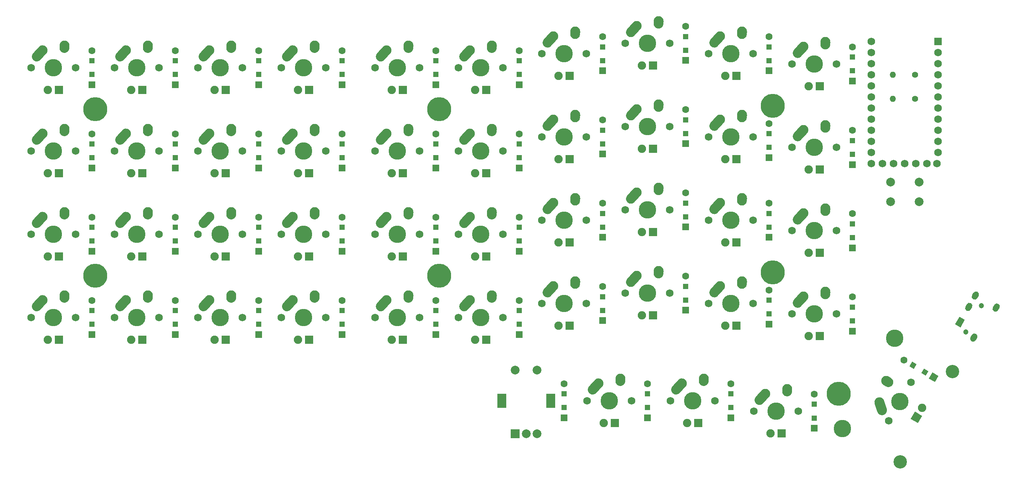
<source format=gbr>
%TF.GenerationSoftware,KiCad,Pcbnew,(5.1.9-0-10_14)*%
%TF.CreationDate,2021-04-19T01:17:04-05:00*%
%TF.ProjectId,wren-left,7772656e-2d6c-4656-9674-2e6b69636164,rev?*%
%TF.SameCoordinates,Original*%
%TF.FileFunction,Soldermask,Bot*%
%TF.FilePolarity,Negative*%
%FSLAX46Y46*%
G04 Gerber Fmt 4.6, Leading zero omitted, Abs format (unit mm)*
G04 Created by KiCad (PCBNEW (5.1.9-0-10_14)) date 2021-04-19 01:17:04*
%MOMM*%
%LPD*%
G01*
G04 APERTURE LIST*
%ADD10C,5.500000*%
%ADD11C,3.987800*%
%ADD12C,3.048000*%
%ADD13C,1.750000*%
%ADD14C,0.100000*%
%ADD15C,1.905000*%
%ADD16C,2.250000*%
%ADD17O,1.400000X1.400000*%
%ADD18C,1.400000*%
%ADD19C,1.600000*%
%ADD20R,1.600000X1.600000*%
%ADD21R,1.200000X1.200000*%
%ADD22R,2.000000X2.000000*%
%ADD23C,2.000000*%
%ADD24R,2.000000X3.200000*%
%ADD25C,1.752600*%
%ADD26R,1.752600X1.752600*%
%ADD27C,1.200000*%
%ADD28R,1.905000X1.905000*%
G04 APERTURE END LIST*
D10*
%TO.C,H7*%
X226218750Y-111125000D03*
%TD*%
%TO.C,H6*%
X211137500Y-83343750D03*
%TD*%
%TO.C,H5*%
X134937500Y-84137500D03*
%TD*%
%TO.C,H4*%
X56356250Y-84137500D03*
%TD*%
%TO.C,H3*%
X211137500Y-45243750D03*
%TD*%
%TO.C,H2*%
X134937500Y-46037500D03*
%TD*%
%TO.C,H1*%
X56356250Y-46037500D03*
%TD*%
D11*
%TO.C,MX41*%
X239040460Y-98405139D03*
X227102460Y-119082361D03*
D12*
X252238687Y-106025139D03*
X240300687Y-126702361D03*
D13*
X242760500Y-108471841D03*
X237680500Y-117270659D03*
D14*
G36*
X244333548Y-117812241D02*
G01*
X242683770Y-116859741D01*
X243636270Y-115209963D01*
X245286048Y-116162463D01*
X244333548Y-117812241D01*
G37*
D15*
X245254909Y-114311398D03*
D16*
X235506398Y-113036314D03*
D11*
X240220500Y-112871250D03*
G36*
G01*
X236465306Y-115970137D02*
X236465299Y-115970140D01*
G75*
G02*
X235046462Y-115250311I-349504J1069333D01*
G01*
X234437066Y-113385817D01*
G75*
G02*
X235156895Y-111966980I1069333J349504D01*
G01*
X235156895Y-111966980D01*
G75*
G02*
X236575732Y-112686809I349504J-1069333D01*
G01*
X237185128Y-114551303D01*
G75*
G02*
X236465299Y-115970140I-1069333J-349504D01*
G01*
G37*
D16*
X237091091Y-108131545D03*
G36*
G01*
X238507150Y-109083649D02*
X238506655Y-109084386D01*
G75*
G02*
X236945186Y-109389455I-933269J628200D01*
G01*
X236462892Y-109064813D01*
G75*
G02*
X236157823Y-107503344I628200J933269D01*
G01*
X236157823Y-107503344D01*
G75*
G02*
X237719292Y-107198275I933269J-628200D01*
G01*
X238201586Y-107522917D01*
G75*
G02*
X238506655Y-109084386I-628200J-933269D01*
G01*
G37*
%TD*%
D17*
%TO.C,R2*%
X238585000Y-43656250D03*
D18*
X243665000Y-43656250D03*
%TD*%
D17*
%TO.C,R1*%
X238585000Y-38100000D03*
D18*
X243665000Y-38100000D03*
%TD*%
D19*
%TO.C,D45*%
X163512500Y-108812500D03*
D20*
X163512500Y-116612500D03*
D21*
X163512500Y-114287500D03*
X163512500Y-111137500D03*
%TD*%
D19*
%TO.C,D44*%
X182562500Y-108812500D03*
D20*
X182562500Y-116612500D03*
D21*
X182562500Y-114287500D03*
X182562500Y-111137500D03*
%TD*%
D19*
%TO.C,D43*%
X201612500Y-108812500D03*
D20*
X201612500Y-116612500D03*
D21*
X201612500Y-114287500D03*
X201612500Y-111137500D03*
%TD*%
D19*
%TO.C,D42*%
X220662500Y-111193750D03*
D20*
X220662500Y-118993750D03*
D21*
X220662500Y-116668750D03*
X220662500Y-113518750D03*
%TD*%
D19*
%TO.C,D41*%
X241161001Y-103428250D03*
D14*
G36*
X249008819Y-107035430D02*
G01*
X248208819Y-108421070D01*
X246823179Y-107621070D01*
X247623179Y-106235430D01*
X249008819Y-107035430D01*
G37*
G36*
X246722105Y-105946135D02*
G01*
X246122105Y-106985365D01*
X245082875Y-106385365D01*
X245682875Y-105346135D01*
X246722105Y-105946135D01*
G37*
G36*
X243994125Y-104371135D02*
G01*
X243394125Y-105410365D01*
X242354895Y-104810365D01*
X242954895Y-103771135D01*
X243994125Y-104371135D01*
G37*
%TD*%
D19*
%TO.C,D40*%
X55605500Y-89762500D03*
D20*
X55605500Y-97562500D03*
D21*
X55605500Y-95237500D03*
X55605500Y-92087500D03*
%TD*%
D19*
%TO.C,D39*%
X74649500Y-89762500D03*
D20*
X74649500Y-97562500D03*
D21*
X74649500Y-95237500D03*
X74649500Y-92087500D03*
%TD*%
D19*
%TO.C,D38*%
X93693500Y-89750000D03*
D20*
X93693500Y-97550000D03*
D21*
X93693500Y-95225000D03*
X93693500Y-92075000D03*
%TD*%
D19*
%TO.C,D37*%
X112737500Y-89762500D03*
D20*
X112737500Y-97562500D03*
D21*
X112737500Y-95237500D03*
X112737500Y-92087500D03*
%TD*%
D19*
%TO.C,D36*%
X134162000Y-89762500D03*
D20*
X134162000Y-97562500D03*
D21*
X134162000Y-95237500D03*
X134162000Y-92087500D03*
%TD*%
D19*
%TO.C,D35*%
X153206000Y-89762500D03*
D20*
X153206000Y-97562500D03*
D21*
X153206000Y-95237500D03*
X153206000Y-92087500D03*
%TD*%
D19*
%TO.C,D34*%
X172250000Y-86587500D03*
D20*
X172250000Y-94387500D03*
D21*
X172250000Y-92062500D03*
X172250000Y-88912500D03*
%TD*%
D19*
%TO.C,D33*%
X191294000Y-84206250D03*
D20*
X191294000Y-92006250D03*
D21*
X191294000Y-89681250D03*
X191294000Y-86531250D03*
%TD*%
D19*
%TO.C,D32*%
X210338000Y-87381250D03*
D20*
X210338000Y-95181250D03*
D21*
X210338000Y-92856250D03*
X210338000Y-89706250D03*
%TD*%
D19*
%TO.C,D31*%
X229382000Y-88968750D03*
D20*
X229382000Y-96768750D03*
D21*
X229382000Y-94443750D03*
X229382000Y-91293750D03*
%TD*%
D19*
%TO.C,D30*%
X55605500Y-70712500D03*
D20*
X55605500Y-78512500D03*
D21*
X55605500Y-76187500D03*
X55605500Y-73037500D03*
%TD*%
D19*
%TO.C,D29*%
X74649500Y-70712500D03*
D20*
X74649500Y-78512500D03*
D21*
X74649500Y-76187500D03*
X74649500Y-73037500D03*
%TD*%
D19*
%TO.C,D28*%
X93693500Y-70712500D03*
D20*
X93693500Y-78512500D03*
D21*
X93693500Y-76187500D03*
X93693500Y-73037500D03*
%TD*%
D19*
%TO.C,D27*%
X112737500Y-70712500D03*
D20*
X112737500Y-78512500D03*
D21*
X112737500Y-76187500D03*
X112737500Y-73037500D03*
%TD*%
D19*
%TO.C,D26*%
X134162000Y-70712500D03*
D20*
X134162000Y-78512500D03*
D21*
X134162000Y-76187500D03*
X134162000Y-73037500D03*
%TD*%
D19*
%TO.C,D25*%
X153206000Y-70712500D03*
D20*
X153206000Y-78512500D03*
D21*
X153206000Y-76187500D03*
X153206000Y-73037500D03*
%TD*%
D19*
%TO.C,D24*%
X172250000Y-67537500D03*
D20*
X172250000Y-75337500D03*
D21*
X172250000Y-73012500D03*
X172250000Y-69862500D03*
%TD*%
D19*
%TO.C,D23*%
X191294000Y-65156250D03*
D20*
X191294000Y-72956250D03*
D21*
X191294000Y-70631250D03*
X191294000Y-67481250D03*
%TD*%
D19*
%TO.C,D22*%
X210338000Y-67537500D03*
D20*
X210338000Y-75337500D03*
D21*
X210338000Y-73012500D03*
X210338000Y-69862500D03*
%TD*%
D19*
%TO.C,D21*%
X229382000Y-69918750D03*
D20*
X229382000Y-77718750D03*
D21*
X229382000Y-75393750D03*
X229382000Y-72243750D03*
%TD*%
D19*
%TO.C,D20*%
X55605500Y-51662500D03*
D20*
X55605500Y-59462500D03*
D21*
X55605500Y-57137500D03*
X55605500Y-53987500D03*
%TD*%
D19*
%TO.C,D19*%
X74649500Y-51662500D03*
D20*
X74649500Y-59462500D03*
D21*
X74649500Y-57137500D03*
X74649500Y-53987500D03*
%TD*%
D19*
%TO.C,D18*%
X93693500Y-51662500D03*
D20*
X93693500Y-59462500D03*
D21*
X93693500Y-57137500D03*
X93693500Y-53987500D03*
%TD*%
D19*
%TO.C,D17*%
X112737500Y-51662500D03*
D20*
X112737500Y-59462500D03*
D21*
X112737500Y-57137500D03*
X112737500Y-53987500D03*
%TD*%
D19*
%TO.C,D16*%
X134162000Y-51662500D03*
D20*
X134162000Y-59462500D03*
D21*
X134162000Y-57137500D03*
X134162000Y-53987500D03*
%TD*%
D19*
%TO.C,D15*%
X153206000Y-51662500D03*
D20*
X153206000Y-59462500D03*
D21*
X153206000Y-57137500D03*
X153206000Y-53987500D03*
%TD*%
D19*
%TO.C,D14*%
X172250000Y-48487500D03*
D20*
X172250000Y-56287500D03*
D21*
X172250000Y-53962500D03*
X172250000Y-50812500D03*
%TD*%
D19*
%TO.C,D13*%
X191294000Y-46106250D03*
D20*
X191294000Y-53906250D03*
D21*
X191294000Y-51581250D03*
X191294000Y-48431250D03*
%TD*%
D19*
%TO.C,D12*%
X210338000Y-49281250D03*
D20*
X210338000Y-57081250D03*
D21*
X210338000Y-54756250D03*
X210338000Y-51606250D03*
%TD*%
D19*
%TO.C,D11*%
X229382000Y-50868750D03*
D20*
X229382000Y-58668750D03*
D21*
X229382000Y-56343750D03*
X229382000Y-53193750D03*
%TD*%
D19*
%TO.C,D10*%
X55605500Y-32612500D03*
D20*
X55605500Y-40412500D03*
D21*
X55605500Y-38087500D03*
X55605500Y-34937500D03*
%TD*%
D19*
%TO.C,D9*%
X74649500Y-32612500D03*
D20*
X74649500Y-40412500D03*
D21*
X74649500Y-38087500D03*
X74649500Y-34937500D03*
%TD*%
D19*
%TO.C,D8*%
X93693500Y-32612500D03*
D20*
X93693500Y-40412500D03*
D21*
X93693500Y-38087500D03*
X93693500Y-34937500D03*
%TD*%
D19*
%TO.C,D7*%
X112737500Y-32612500D03*
D20*
X112737500Y-40412500D03*
D21*
X112737500Y-38087500D03*
X112737500Y-34937500D03*
%TD*%
D19*
%TO.C,D6*%
X134162000Y-32612500D03*
D20*
X134162000Y-40412500D03*
D21*
X134162000Y-38087500D03*
X134162000Y-34937500D03*
%TD*%
D19*
%TO.C,D5*%
X153206000Y-32612500D03*
D20*
X153206000Y-40412500D03*
D21*
X153206000Y-38087500D03*
X153206000Y-34937500D03*
%TD*%
D19*
%TO.C,D4*%
X172250000Y-29437500D03*
D20*
X172250000Y-37237500D03*
D21*
X172250000Y-34912500D03*
X172250000Y-31762500D03*
%TD*%
D19*
%TO.C,D3*%
X191294000Y-27056250D03*
D20*
X191294000Y-34856250D03*
D21*
X191294000Y-32531250D03*
X191294000Y-29381250D03*
%TD*%
D19*
%TO.C,D2*%
X210338000Y-29437500D03*
D20*
X210338000Y-37237500D03*
D21*
X210338000Y-34912500D03*
X210338000Y-31762500D03*
%TD*%
D19*
%TO.C,D1*%
X229382000Y-31756250D03*
D20*
X229382000Y-39556250D03*
D21*
X229382000Y-37231250D03*
X229382000Y-34081250D03*
%TD*%
D22*
%TO.C,ENC1*%
X152336500Y-120237250D03*
D23*
X154836500Y-120237250D03*
X157336500Y-120237250D03*
D24*
X149236500Y-112737250D03*
X160436500Y-112737250D03*
D23*
X152336500Y-105737250D03*
X157336500Y-105737250D03*
%TD*%
D25*
%TO.C,U1*%
X246380000Y-58420000D03*
X243840000Y-58420000D03*
X241300000Y-58420000D03*
X238760000Y-58420000D03*
X236220000Y-58420000D03*
X233680000Y-30480000D03*
X248691400Y-58420000D03*
X233680000Y-33020000D03*
X233680000Y-35560000D03*
X233680000Y-38100000D03*
X233680000Y-40640000D03*
X233680000Y-43180000D03*
X233680000Y-45720000D03*
X233680000Y-48260000D03*
X233680000Y-50800000D03*
X233680000Y-53340000D03*
X233680000Y-55880000D03*
X233680000Y-58420000D03*
X248920000Y-55880000D03*
X248920000Y-53340000D03*
X248920000Y-50800000D03*
X248920000Y-48260000D03*
X248920000Y-45720000D03*
X248920000Y-43180000D03*
X248920000Y-40640000D03*
X248920000Y-38100000D03*
X248920000Y-35560000D03*
X248920000Y-33020000D03*
D26*
X248920000Y-30480000D03*
%TD*%
D23*
%TO.C,SW0*%
X244561500Y-62706250D03*
X244561500Y-67206250D03*
X238061500Y-62706250D03*
X238061500Y-67206250D03*
%TD*%
D27*
%TO.C,J1*%
X255278358Y-96986083D03*
X258778358Y-90923905D03*
G36*
G01*
X257936500Y-87782046D02*
X257936500Y-87782046D01*
G75*
G02*
X258192718Y-88738264I-350000J-606218D01*
G01*
X257892718Y-89257880D01*
G75*
G02*
X256936500Y-89514098I-606218J350000D01*
G01*
X256936500Y-89514098D01*
G75*
G02*
X256680282Y-88557880I350000J606218D01*
G01*
X256980282Y-88038264D01*
G75*
G02*
X257936500Y-87782046I606218J-350000D01*
G01*
G37*
G36*
G01*
X256436500Y-90380122D02*
X256436500Y-90380122D01*
G75*
G02*
X256692718Y-91336340I-350000J-606218D01*
G01*
X256392718Y-91855956D01*
G75*
G02*
X255436500Y-92112174I-606218J350000D01*
G01*
X255436500Y-92112174D01*
G75*
G02*
X255180282Y-91155956I350000J606218D01*
G01*
X255480282Y-90636340D01*
G75*
G02*
X256436500Y-90380122I606218J-350000D01*
G01*
G37*
D14*
G36*
X253830282Y-93494225D02*
G01*
X255042718Y-94194225D01*
X254042718Y-95926275D01*
X252830282Y-95226275D01*
X253830282Y-93494225D01*
G37*
G36*
G01*
X257583614Y-97393262D02*
X257583614Y-97393262D01*
G75*
G02*
X257839832Y-98349480I-350000J-606218D01*
G01*
X257539832Y-98869096D01*
G75*
G02*
X256583614Y-99125314I-606218J350000D01*
G01*
X256583614Y-99125314D01*
G75*
G02*
X256327396Y-98169096I350000J606218D01*
G01*
X256627396Y-97649480D01*
G75*
G02*
X257583614Y-97393262I606218J-350000D01*
G01*
G37*
G36*
G01*
X262699640Y-90532046D02*
X262699640Y-90532046D01*
G75*
G02*
X262955858Y-91488264I-350000J-606218D01*
G01*
X262655858Y-92007880D01*
G75*
G02*
X261699640Y-92264098I-606218J350000D01*
G01*
X261699640Y-92264098D01*
G75*
G02*
X261443422Y-91307880I350000J606218D01*
G01*
X261743422Y-90788264D01*
G75*
G02*
X262699640Y-90532046I606218J-350000D01*
G01*
G37*
%TD*%
D13*
%TO.C,MX44*%
X178911250Y-112712500D03*
X168751250Y-112712500D03*
D28*
X175101250Y-117792500D03*
D15*
X172561250Y-117792500D03*
D16*
X171331250Y-108712500D03*
D11*
X173831250Y-112712500D03*
G36*
G01*
X169269938Y-111009850D02*
X169269933Y-111009845D01*
G75*
G02*
X169183905Y-109421183I751317J837345D01*
G01*
X170493907Y-107961183D01*
G75*
G02*
X172082569Y-107875155I837345J-751317D01*
G01*
X172082569Y-107875155D01*
G75*
G02*
X172168597Y-109463817I-751317J-837345D01*
G01*
X170858595Y-110923817D01*
G75*
G02*
X169269933Y-111009845I-837345J751317D01*
G01*
G37*
D16*
X176371250Y-107632500D03*
G36*
G01*
X176254733Y-109334895D02*
X176253847Y-109334834D01*
G75*
G02*
X175208916Y-108135097I77403J1122334D01*
G01*
X175248916Y-107555097D01*
G75*
G02*
X176448653Y-106510166I1122334J-77403D01*
G01*
X176448653Y-106510166D01*
G75*
G02*
X177493584Y-107709903I-77403J-1122334D01*
G01*
X177453584Y-108289903D01*
G75*
G02*
X176253847Y-109334834I-1122334J77403D01*
G01*
G37*
%TD*%
D13*
%TO.C,MX43*%
X197961250Y-112712500D03*
X187801250Y-112712500D03*
D28*
X194151250Y-117792500D03*
D15*
X191611250Y-117792500D03*
D16*
X190381250Y-108712500D03*
D11*
X192881250Y-112712500D03*
G36*
G01*
X188319938Y-111009850D02*
X188319933Y-111009845D01*
G75*
G02*
X188233905Y-109421183I751317J837345D01*
G01*
X189543907Y-107961183D01*
G75*
G02*
X191132569Y-107875155I837345J-751317D01*
G01*
X191132569Y-107875155D01*
G75*
G02*
X191218597Y-109463817I-751317J-837345D01*
G01*
X189908595Y-110923817D01*
G75*
G02*
X188319933Y-111009845I-837345J751317D01*
G01*
G37*
D16*
X195421250Y-107632500D03*
G36*
G01*
X195304733Y-109334895D02*
X195303847Y-109334834D01*
G75*
G02*
X194258916Y-108135097I77403J1122334D01*
G01*
X194298916Y-107555097D01*
G75*
G02*
X195498653Y-106510166I1122334J-77403D01*
G01*
X195498653Y-106510166D01*
G75*
G02*
X196543584Y-107709903I-77403J-1122334D01*
G01*
X196503584Y-108289903D01*
G75*
G02*
X195303847Y-109334834I-1122334J77403D01*
G01*
G37*
%TD*%
D13*
%TO.C,MX42*%
X217011250Y-115093750D03*
X206851250Y-115093750D03*
D28*
X213201250Y-120173750D03*
D15*
X210661250Y-120173750D03*
D16*
X209431250Y-111093750D03*
D11*
X211931250Y-115093750D03*
G36*
G01*
X207369938Y-113391100D02*
X207369933Y-113391095D01*
G75*
G02*
X207283905Y-111802433I751317J837345D01*
G01*
X208593907Y-110342433D01*
G75*
G02*
X210182569Y-110256405I837345J-751317D01*
G01*
X210182569Y-110256405D01*
G75*
G02*
X210268597Y-111845067I-751317J-837345D01*
G01*
X208958595Y-113305067D01*
G75*
G02*
X207369933Y-113391095I-837345J751317D01*
G01*
G37*
D16*
X214471250Y-110013750D03*
G36*
G01*
X214354733Y-111716145D02*
X214353847Y-111716084D01*
G75*
G02*
X213308916Y-110516347I77403J1122334D01*
G01*
X213348916Y-109936347D01*
G75*
G02*
X214548653Y-108891416I1122334J-77403D01*
G01*
X214548653Y-108891416D01*
G75*
G02*
X215593584Y-110091153I-77403J-1122334D01*
G01*
X215553584Y-110671153D01*
G75*
G02*
X214353847Y-111716084I-1122334J77403D01*
G01*
G37*
%TD*%
D13*
%TO.C,MX40*%
X51911250Y-93662500D03*
X41751250Y-93662500D03*
D28*
X48101250Y-98742500D03*
D15*
X45561250Y-98742500D03*
D16*
X44331250Y-89662500D03*
D11*
X46831250Y-93662500D03*
G36*
G01*
X42269938Y-91959850D02*
X42269933Y-91959845D01*
G75*
G02*
X42183905Y-90371183I751317J837345D01*
G01*
X43493907Y-88911183D01*
G75*
G02*
X45082569Y-88825155I837345J-751317D01*
G01*
X45082569Y-88825155D01*
G75*
G02*
X45168597Y-90413817I-751317J-837345D01*
G01*
X43858595Y-91873817D01*
G75*
G02*
X42269933Y-91959845I-837345J751317D01*
G01*
G37*
D16*
X49371250Y-88582500D03*
G36*
G01*
X49254733Y-90284895D02*
X49253847Y-90284834D01*
G75*
G02*
X48208916Y-89085097I77403J1122334D01*
G01*
X48248916Y-88505097D01*
G75*
G02*
X49448653Y-87460166I1122334J-77403D01*
G01*
X49448653Y-87460166D01*
G75*
G02*
X50493584Y-88659903I-77403J-1122334D01*
G01*
X50453584Y-89239903D01*
G75*
G02*
X49253847Y-90284834I-1122334J77403D01*
G01*
G37*
%TD*%
D13*
%TO.C,MX39*%
X70961250Y-93662500D03*
X60801250Y-93662500D03*
D28*
X67151250Y-98742500D03*
D15*
X64611250Y-98742500D03*
D16*
X63381250Y-89662500D03*
D11*
X65881250Y-93662500D03*
G36*
G01*
X61319938Y-91959850D02*
X61319933Y-91959845D01*
G75*
G02*
X61233905Y-90371183I751317J837345D01*
G01*
X62543907Y-88911183D01*
G75*
G02*
X64132569Y-88825155I837345J-751317D01*
G01*
X64132569Y-88825155D01*
G75*
G02*
X64218597Y-90413817I-751317J-837345D01*
G01*
X62908595Y-91873817D01*
G75*
G02*
X61319933Y-91959845I-837345J751317D01*
G01*
G37*
D16*
X68421250Y-88582500D03*
G36*
G01*
X68304733Y-90284895D02*
X68303847Y-90284834D01*
G75*
G02*
X67258916Y-89085097I77403J1122334D01*
G01*
X67298916Y-88505097D01*
G75*
G02*
X68498653Y-87460166I1122334J-77403D01*
G01*
X68498653Y-87460166D01*
G75*
G02*
X69543584Y-88659903I-77403J-1122334D01*
G01*
X69503584Y-89239903D01*
G75*
G02*
X68303847Y-90284834I-1122334J77403D01*
G01*
G37*
%TD*%
D13*
%TO.C,MX38*%
X90011250Y-93662500D03*
X79851250Y-93662500D03*
D28*
X86201250Y-98742500D03*
D15*
X83661250Y-98742500D03*
D16*
X82431250Y-89662500D03*
D11*
X84931250Y-93662500D03*
G36*
G01*
X80369938Y-91959850D02*
X80369933Y-91959845D01*
G75*
G02*
X80283905Y-90371183I751317J837345D01*
G01*
X81593907Y-88911183D01*
G75*
G02*
X83182569Y-88825155I837345J-751317D01*
G01*
X83182569Y-88825155D01*
G75*
G02*
X83268597Y-90413817I-751317J-837345D01*
G01*
X81958595Y-91873817D01*
G75*
G02*
X80369933Y-91959845I-837345J751317D01*
G01*
G37*
D16*
X87471250Y-88582500D03*
G36*
G01*
X87354733Y-90284895D02*
X87353847Y-90284834D01*
G75*
G02*
X86308916Y-89085097I77403J1122334D01*
G01*
X86348916Y-88505097D01*
G75*
G02*
X87548653Y-87460166I1122334J-77403D01*
G01*
X87548653Y-87460166D01*
G75*
G02*
X88593584Y-88659903I-77403J-1122334D01*
G01*
X88553584Y-89239903D01*
G75*
G02*
X87353847Y-90284834I-1122334J77403D01*
G01*
G37*
%TD*%
D13*
%TO.C,MX37*%
X109061250Y-93662500D03*
X98901250Y-93662500D03*
D28*
X105251250Y-98742500D03*
D15*
X102711250Y-98742500D03*
D16*
X101481250Y-89662500D03*
D11*
X103981250Y-93662500D03*
G36*
G01*
X99419938Y-91959850D02*
X99419933Y-91959845D01*
G75*
G02*
X99333905Y-90371183I751317J837345D01*
G01*
X100643907Y-88911183D01*
G75*
G02*
X102232569Y-88825155I837345J-751317D01*
G01*
X102232569Y-88825155D01*
G75*
G02*
X102318597Y-90413817I-751317J-837345D01*
G01*
X101008595Y-91873817D01*
G75*
G02*
X99419933Y-91959845I-837345J751317D01*
G01*
G37*
D16*
X106521250Y-88582500D03*
G36*
G01*
X106404733Y-90284895D02*
X106403847Y-90284834D01*
G75*
G02*
X105358916Y-89085097I77403J1122334D01*
G01*
X105398916Y-88505097D01*
G75*
G02*
X106598653Y-87460166I1122334J-77403D01*
G01*
X106598653Y-87460166D01*
G75*
G02*
X107643584Y-88659903I-77403J-1122334D01*
G01*
X107603584Y-89239903D01*
G75*
G02*
X106403847Y-90284834I-1122334J77403D01*
G01*
G37*
%TD*%
D13*
%TO.C,MX36*%
X130492500Y-93662500D03*
X120332500Y-93662500D03*
D28*
X126682500Y-98742500D03*
D15*
X124142500Y-98742500D03*
D16*
X122912500Y-89662500D03*
D11*
X125412500Y-93662500D03*
G36*
G01*
X120851188Y-91959850D02*
X120851183Y-91959845D01*
G75*
G02*
X120765155Y-90371183I751317J837345D01*
G01*
X122075157Y-88911183D01*
G75*
G02*
X123663819Y-88825155I837345J-751317D01*
G01*
X123663819Y-88825155D01*
G75*
G02*
X123749847Y-90413817I-751317J-837345D01*
G01*
X122439845Y-91873817D01*
G75*
G02*
X120851183Y-91959845I-837345J751317D01*
G01*
G37*
D16*
X127952500Y-88582500D03*
G36*
G01*
X127835983Y-90284895D02*
X127835097Y-90284834D01*
G75*
G02*
X126790166Y-89085097I77403J1122334D01*
G01*
X126830166Y-88505097D01*
G75*
G02*
X128029903Y-87460166I1122334J-77403D01*
G01*
X128029903Y-87460166D01*
G75*
G02*
X129074834Y-88659903I-77403J-1122334D01*
G01*
X129034834Y-89239903D01*
G75*
G02*
X127835097Y-90284834I-1122334J77403D01*
G01*
G37*
%TD*%
D13*
%TO.C,MX35*%
X149542500Y-93662500D03*
X139382500Y-93662500D03*
D28*
X145732500Y-98742500D03*
D15*
X143192500Y-98742500D03*
D16*
X141962500Y-89662500D03*
D11*
X144462500Y-93662500D03*
G36*
G01*
X139901188Y-91959850D02*
X139901183Y-91959845D01*
G75*
G02*
X139815155Y-90371183I751317J837345D01*
G01*
X141125157Y-88911183D01*
G75*
G02*
X142713819Y-88825155I837345J-751317D01*
G01*
X142713819Y-88825155D01*
G75*
G02*
X142799847Y-90413817I-751317J-837345D01*
G01*
X141489845Y-91873817D01*
G75*
G02*
X139901183Y-91959845I-837345J751317D01*
G01*
G37*
D16*
X147002500Y-88582500D03*
G36*
G01*
X146885983Y-90284895D02*
X146885097Y-90284834D01*
G75*
G02*
X145840166Y-89085097I77403J1122334D01*
G01*
X145880166Y-88505097D01*
G75*
G02*
X147079903Y-87460166I1122334J-77403D01*
G01*
X147079903Y-87460166D01*
G75*
G02*
X148124834Y-88659903I-77403J-1122334D01*
G01*
X148084834Y-89239903D01*
G75*
G02*
X146885097Y-90284834I-1122334J77403D01*
G01*
G37*
%TD*%
D13*
%TO.C,MX34*%
X168592500Y-90487500D03*
X158432500Y-90487500D03*
D28*
X164782500Y-95567500D03*
D15*
X162242500Y-95567500D03*
D16*
X161012500Y-86487500D03*
D11*
X163512500Y-90487500D03*
G36*
G01*
X158951188Y-88784850D02*
X158951183Y-88784845D01*
G75*
G02*
X158865155Y-87196183I751317J837345D01*
G01*
X160175157Y-85736183D01*
G75*
G02*
X161763819Y-85650155I837345J-751317D01*
G01*
X161763819Y-85650155D01*
G75*
G02*
X161849847Y-87238817I-751317J-837345D01*
G01*
X160539845Y-88698817D01*
G75*
G02*
X158951183Y-88784845I-837345J751317D01*
G01*
G37*
D16*
X166052500Y-85407500D03*
G36*
G01*
X165935983Y-87109895D02*
X165935097Y-87109834D01*
G75*
G02*
X164890166Y-85910097I77403J1122334D01*
G01*
X164930166Y-85330097D01*
G75*
G02*
X166129903Y-84285166I1122334J-77403D01*
G01*
X166129903Y-84285166D01*
G75*
G02*
X167174834Y-85484903I-77403J-1122334D01*
G01*
X167134834Y-86064903D01*
G75*
G02*
X165935097Y-87109834I-1122334J77403D01*
G01*
G37*
%TD*%
D13*
%TO.C,MX33*%
X187642500Y-88106250D03*
X177482500Y-88106250D03*
D28*
X183832500Y-93186250D03*
D15*
X181292500Y-93186250D03*
D16*
X180062500Y-84106250D03*
D11*
X182562500Y-88106250D03*
G36*
G01*
X178001188Y-86403600D02*
X178001183Y-86403595D01*
G75*
G02*
X177915155Y-84814933I751317J837345D01*
G01*
X179225157Y-83354933D01*
G75*
G02*
X180813819Y-83268905I837345J-751317D01*
G01*
X180813819Y-83268905D01*
G75*
G02*
X180899847Y-84857567I-751317J-837345D01*
G01*
X179589845Y-86317567D01*
G75*
G02*
X178001183Y-86403595I-837345J751317D01*
G01*
G37*
D16*
X185102500Y-83026250D03*
G36*
G01*
X184985983Y-84728645D02*
X184985097Y-84728584D01*
G75*
G02*
X183940166Y-83528847I77403J1122334D01*
G01*
X183980166Y-82948847D01*
G75*
G02*
X185179903Y-81903916I1122334J-77403D01*
G01*
X185179903Y-81903916D01*
G75*
G02*
X186224834Y-83103653I-77403J-1122334D01*
G01*
X186184834Y-83683653D01*
G75*
G02*
X184985097Y-84728584I-1122334J77403D01*
G01*
G37*
%TD*%
D13*
%TO.C,MX32*%
X206692500Y-90487500D03*
X196532500Y-90487500D03*
D28*
X202882500Y-95567500D03*
D15*
X200342500Y-95567500D03*
D16*
X199112500Y-86487500D03*
D11*
X201612500Y-90487500D03*
G36*
G01*
X197051188Y-88784850D02*
X197051183Y-88784845D01*
G75*
G02*
X196965155Y-87196183I751317J837345D01*
G01*
X198275157Y-85736183D01*
G75*
G02*
X199863819Y-85650155I837345J-751317D01*
G01*
X199863819Y-85650155D01*
G75*
G02*
X199949847Y-87238817I-751317J-837345D01*
G01*
X198639845Y-88698817D01*
G75*
G02*
X197051183Y-88784845I-837345J751317D01*
G01*
G37*
D16*
X204152500Y-85407500D03*
G36*
G01*
X204035983Y-87109895D02*
X204035097Y-87109834D01*
G75*
G02*
X202990166Y-85910097I77403J1122334D01*
G01*
X203030166Y-85330097D01*
G75*
G02*
X204229903Y-84285166I1122334J-77403D01*
G01*
X204229903Y-84285166D01*
G75*
G02*
X205274834Y-85484903I-77403J-1122334D01*
G01*
X205234834Y-86064903D01*
G75*
G02*
X204035097Y-87109834I-1122334J77403D01*
G01*
G37*
%TD*%
D13*
%TO.C,MX31*%
X225742500Y-92868750D03*
X215582500Y-92868750D03*
D28*
X221932500Y-97948750D03*
D15*
X219392500Y-97948750D03*
D16*
X218162500Y-88868750D03*
D11*
X220662500Y-92868750D03*
G36*
G01*
X216101188Y-91166100D02*
X216101183Y-91166095D01*
G75*
G02*
X216015155Y-89577433I751317J837345D01*
G01*
X217325157Y-88117433D01*
G75*
G02*
X218913819Y-88031405I837345J-751317D01*
G01*
X218913819Y-88031405D01*
G75*
G02*
X218999847Y-89620067I-751317J-837345D01*
G01*
X217689845Y-91080067D01*
G75*
G02*
X216101183Y-91166095I-837345J751317D01*
G01*
G37*
D16*
X223202500Y-87788750D03*
G36*
G01*
X223085983Y-89491145D02*
X223085097Y-89491084D01*
G75*
G02*
X222040166Y-88291347I77403J1122334D01*
G01*
X222080166Y-87711347D01*
G75*
G02*
X223279903Y-86666416I1122334J-77403D01*
G01*
X223279903Y-86666416D01*
G75*
G02*
X224324834Y-87866153I-77403J-1122334D01*
G01*
X224284834Y-88446153D01*
G75*
G02*
X223085097Y-89491084I-1122334J77403D01*
G01*
G37*
%TD*%
D13*
%TO.C,MX30*%
X51911250Y-74612500D03*
X41751250Y-74612500D03*
D28*
X48101250Y-79692500D03*
D15*
X45561250Y-79692500D03*
D16*
X44331250Y-70612500D03*
D11*
X46831250Y-74612500D03*
G36*
G01*
X42269938Y-72909850D02*
X42269933Y-72909845D01*
G75*
G02*
X42183905Y-71321183I751317J837345D01*
G01*
X43493907Y-69861183D01*
G75*
G02*
X45082569Y-69775155I837345J-751317D01*
G01*
X45082569Y-69775155D01*
G75*
G02*
X45168597Y-71363817I-751317J-837345D01*
G01*
X43858595Y-72823817D01*
G75*
G02*
X42269933Y-72909845I-837345J751317D01*
G01*
G37*
D16*
X49371250Y-69532500D03*
G36*
G01*
X49254733Y-71234895D02*
X49253847Y-71234834D01*
G75*
G02*
X48208916Y-70035097I77403J1122334D01*
G01*
X48248916Y-69455097D01*
G75*
G02*
X49448653Y-68410166I1122334J-77403D01*
G01*
X49448653Y-68410166D01*
G75*
G02*
X50493584Y-69609903I-77403J-1122334D01*
G01*
X50453584Y-70189903D01*
G75*
G02*
X49253847Y-71234834I-1122334J77403D01*
G01*
G37*
%TD*%
D13*
%TO.C,MX29*%
X70961250Y-74612500D03*
X60801250Y-74612500D03*
D28*
X67151250Y-79692500D03*
D15*
X64611250Y-79692500D03*
D16*
X63381250Y-70612500D03*
D11*
X65881250Y-74612500D03*
G36*
G01*
X61319938Y-72909850D02*
X61319933Y-72909845D01*
G75*
G02*
X61233905Y-71321183I751317J837345D01*
G01*
X62543907Y-69861183D01*
G75*
G02*
X64132569Y-69775155I837345J-751317D01*
G01*
X64132569Y-69775155D01*
G75*
G02*
X64218597Y-71363817I-751317J-837345D01*
G01*
X62908595Y-72823817D01*
G75*
G02*
X61319933Y-72909845I-837345J751317D01*
G01*
G37*
D16*
X68421250Y-69532500D03*
G36*
G01*
X68304733Y-71234895D02*
X68303847Y-71234834D01*
G75*
G02*
X67258916Y-70035097I77403J1122334D01*
G01*
X67298916Y-69455097D01*
G75*
G02*
X68498653Y-68410166I1122334J-77403D01*
G01*
X68498653Y-68410166D01*
G75*
G02*
X69543584Y-69609903I-77403J-1122334D01*
G01*
X69503584Y-70189903D01*
G75*
G02*
X68303847Y-71234834I-1122334J77403D01*
G01*
G37*
%TD*%
D13*
%TO.C,MX28*%
X90011250Y-74612500D03*
X79851250Y-74612500D03*
D28*
X86201250Y-79692500D03*
D15*
X83661250Y-79692500D03*
D16*
X82431250Y-70612500D03*
D11*
X84931250Y-74612500D03*
G36*
G01*
X80369938Y-72909850D02*
X80369933Y-72909845D01*
G75*
G02*
X80283905Y-71321183I751317J837345D01*
G01*
X81593907Y-69861183D01*
G75*
G02*
X83182569Y-69775155I837345J-751317D01*
G01*
X83182569Y-69775155D01*
G75*
G02*
X83268597Y-71363817I-751317J-837345D01*
G01*
X81958595Y-72823817D01*
G75*
G02*
X80369933Y-72909845I-837345J751317D01*
G01*
G37*
D16*
X87471250Y-69532500D03*
G36*
G01*
X87354733Y-71234895D02*
X87353847Y-71234834D01*
G75*
G02*
X86308916Y-70035097I77403J1122334D01*
G01*
X86348916Y-69455097D01*
G75*
G02*
X87548653Y-68410166I1122334J-77403D01*
G01*
X87548653Y-68410166D01*
G75*
G02*
X88593584Y-69609903I-77403J-1122334D01*
G01*
X88553584Y-70189903D01*
G75*
G02*
X87353847Y-71234834I-1122334J77403D01*
G01*
G37*
%TD*%
D13*
%TO.C,MX27*%
X109061250Y-74612500D03*
X98901250Y-74612500D03*
D28*
X105251250Y-79692500D03*
D15*
X102711250Y-79692500D03*
D16*
X101481250Y-70612500D03*
D11*
X103981250Y-74612500D03*
G36*
G01*
X99419938Y-72909850D02*
X99419933Y-72909845D01*
G75*
G02*
X99333905Y-71321183I751317J837345D01*
G01*
X100643907Y-69861183D01*
G75*
G02*
X102232569Y-69775155I837345J-751317D01*
G01*
X102232569Y-69775155D01*
G75*
G02*
X102318597Y-71363817I-751317J-837345D01*
G01*
X101008595Y-72823817D01*
G75*
G02*
X99419933Y-72909845I-837345J751317D01*
G01*
G37*
D16*
X106521250Y-69532500D03*
G36*
G01*
X106404733Y-71234895D02*
X106403847Y-71234834D01*
G75*
G02*
X105358916Y-70035097I77403J1122334D01*
G01*
X105398916Y-69455097D01*
G75*
G02*
X106598653Y-68410166I1122334J-77403D01*
G01*
X106598653Y-68410166D01*
G75*
G02*
X107643584Y-69609903I-77403J-1122334D01*
G01*
X107603584Y-70189903D01*
G75*
G02*
X106403847Y-71234834I-1122334J77403D01*
G01*
G37*
%TD*%
D13*
%TO.C,MX26*%
X130492500Y-74612500D03*
X120332500Y-74612500D03*
D28*
X126682500Y-79692500D03*
D15*
X124142500Y-79692500D03*
D16*
X122912500Y-70612500D03*
D11*
X125412500Y-74612500D03*
G36*
G01*
X120851188Y-72909850D02*
X120851183Y-72909845D01*
G75*
G02*
X120765155Y-71321183I751317J837345D01*
G01*
X122075157Y-69861183D01*
G75*
G02*
X123663819Y-69775155I837345J-751317D01*
G01*
X123663819Y-69775155D01*
G75*
G02*
X123749847Y-71363817I-751317J-837345D01*
G01*
X122439845Y-72823817D01*
G75*
G02*
X120851183Y-72909845I-837345J751317D01*
G01*
G37*
D16*
X127952500Y-69532500D03*
G36*
G01*
X127835983Y-71234895D02*
X127835097Y-71234834D01*
G75*
G02*
X126790166Y-70035097I77403J1122334D01*
G01*
X126830166Y-69455097D01*
G75*
G02*
X128029903Y-68410166I1122334J-77403D01*
G01*
X128029903Y-68410166D01*
G75*
G02*
X129074834Y-69609903I-77403J-1122334D01*
G01*
X129034834Y-70189903D01*
G75*
G02*
X127835097Y-71234834I-1122334J77403D01*
G01*
G37*
%TD*%
D13*
%TO.C,MX25*%
X149542500Y-74612500D03*
X139382500Y-74612500D03*
D28*
X145732500Y-79692500D03*
D15*
X143192500Y-79692500D03*
D16*
X141962500Y-70612500D03*
D11*
X144462500Y-74612500D03*
G36*
G01*
X139901188Y-72909850D02*
X139901183Y-72909845D01*
G75*
G02*
X139815155Y-71321183I751317J837345D01*
G01*
X141125157Y-69861183D01*
G75*
G02*
X142713819Y-69775155I837345J-751317D01*
G01*
X142713819Y-69775155D01*
G75*
G02*
X142799847Y-71363817I-751317J-837345D01*
G01*
X141489845Y-72823817D01*
G75*
G02*
X139901183Y-72909845I-837345J751317D01*
G01*
G37*
D16*
X147002500Y-69532500D03*
G36*
G01*
X146885983Y-71234895D02*
X146885097Y-71234834D01*
G75*
G02*
X145840166Y-70035097I77403J1122334D01*
G01*
X145880166Y-69455097D01*
G75*
G02*
X147079903Y-68410166I1122334J-77403D01*
G01*
X147079903Y-68410166D01*
G75*
G02*
X148124834Y-69609903I-77403J-1122334D01*
G01*
X148084834Y-70189903D01*
G75*
G02*
X146885097Y-71234834I-1122334J77403D01*
G01*
G37*
%TD*%
D13*
%TO.C,MX24*%
X168592500Y-71437500D03*
X158432500Y-71437500D03*
D28*
X164782500Y-76517500D03*
D15*
X162242500Y-76517500D03*
D16*
X161012500Y-67437500D03*
D11*
X163512500Y-71437500D03*
G36*
G01*
X158951188Y-69734850D02*
X158951183Y-69734845D01*
G75*
G02*
X158865155Y-68146183I751317J837345D01*
G01*
X160175157Y-66686183D01*
G75*
G02*
X161763819Y-66600155I837345J-751317D01*
G01*
X161763819Y-66600155D01*
G75*
G02*
X161849847Y-68188817I-751317J-837345D01*
G01*
X160539845Y-69648817D01*
G75*
G02*
X158951183Y-69734845I-837345J751317D01*
G01*
G37*
D16*
X166052500Y-66357500D03*
G36*
G01*
X165935983Y-68059895D02*
X165935097Y-68059834D01*
G75*
G02*
X164890166Y-66860097I77403J1122334D01*
G01*
X164930166Y-66280097D01*
G75*
G02*
X166129903Y-65235166I1122334J-77403D01*
G01*
X166129903Y-65235166D01*
G75*
G02*
X167174834Y-66434903I-77403J-1122334D01*
G01*
X167134834Y-67014903D01*
G75*
G02*
X165935097Y-68059834I-1122334J77403D01*
G01*
G37*
%TD*%
D13*
%TO.C,MX23*%
X187642500Y-69056250D03*
X177482500Y-69056250D03*
D28*
X183832500Y-74136250D03*
D15*
X181292500Y-74136250D03*
D16*
X180062500Y-65056250D03*
D11*
X182562500Y-69056250D03*
G36*
G01*
X178001188Y-67353600D02*
X178001183Y-67353595D01*
G75*
G02*
X177915155Y-65764933I751317J837345D01*
G01*
X179225157Y-64304933D01*
G75*
G02*
X180813819Y-64218905I837345J-751317D01*
G01*
X180813819Y-64218905D01*
G75*
G02*
X180899847Y-65807567I-751317J-837345D01*
G01*
X179589845Y-67267567D01*
G75*
G02*
X178001183Y-67353595I-837345J751317D01*
G01*
G37*
D16*
X185102500Y-63976250D03*
G36*
G01*
X184985983Y-65678645D02*
X184985097Y-65678584D01*
G75*
G02*
X183940166Y-64478847I77403J1122334D01*
G01*
X183980166Y-63898847D01*
G75*
G02*
X185179903Y-62853916I1122334J-77403D01*
G01*
X185179903Y-62853916D01*
G75*
G02*
X186224834Y-64053653I-77403J-1122334D01*
G01*
X186184834Y-64633653D01*
G75*
G02*
X184985097Y-65678584I-1122334J77403D01*
G01*
G37*
%TD*%
D13*
%TO.C,MX22*%
X206692500Y-71437500D03*
X196532500Y-71437500D03*
D28*
X202882500Y-76517500D03*
D15*
X200342500Y-76517500D03*
D16*
X199112500Y-67437500D03*
D11*
X201612500Y-71437500D03*
G36*
G01*
X197051188Y-69734850D02*
X197051183Y-69734845D01*
G75*
G02*
X196965155Y-68146183I751317J837345D01*
G01*
X198275157Y-66686183D01*
G75*
G02*
X199863819Y-66600155I837345J-751317D01*
G01*
X199863819Y-66600155D01*
G75*
G02*
X199949847Y-68188817I-751317J-837345D01*
G01*
X198639845Y-69648817D01*
G75*
G02*
X197051183Y-69734845I-837345J751317D01*
G01*
G37*
D16*
X204152500Y-66357500D03*
G36*
G01*
X204035983Y-68059895D02*
X204035097Y-68059834D01*
G75*
G02*
X202990166Y-66860097I77403J1122334D01*
G01*
X203030166Y-66280097D01*
G75*
G02*
X204229903Y-65235166I1122334J-77403D01*
G01*
X204229903Y-65235166D01*
G75*
G02*
X205274834Y-66434903I-77403J-1122334D01*
G01*
X205234834Y-67014903D01*
G75*
G02*
X204035097Y-68059834I-1122334J77403D01*
G01*
G37*
%TD*%
D13*
%TO.C,MX21*%
X225742500Y-73818750D03*
X215582500Y-73818750D03*
D28*
X221932500Y-78898750D03*
D15*
X219392500Y-78898750D03*
D16*
X218162500Y-69818750D03*
D11*
X220662500Y-73818750D03*
G36*
G01*
X216101188Y-72116100D02*
X216101183Y-72116095D01*
G75*
G02*
X216015155Y-70527433I751317J837345D01*
G01*
X217325157Y-69067433D01*
G75*
G02*
X218913819Y-68981405I837345J-751317D01*
G01*
X218913819Y-68981405D01*
G75*
G02*
X218999847Y-70570067I-751317J-837345D01*
G01*
X217689845Y-72030067D01*
G75*
G02*
X216101183Y-72116095I-837345J751317D01*
G01*
G37*
D16*
X223202500Y-68738750D03*
G36*
G01*
X223085983Y-70441145D02*
X223085097Y-70441084D01*
G75*
G02*
X222040166Y-69241347I77403J1122334D01*
G01*
X222080166Y-68661347D01*
G75*
G02*
X223279903Y-67616416I1122334J-77403D01*
G01*
X223279903Y-67616416D01*
G75*
G02*
X224324834Y-68816153I-77403J-1122334D01*
G01*
X224284834Y-69396153D01*
G75*
G02*
X223085097Y-70441084I-1122334J77403D01*
G01*
G37*
%TD*%
D13*
%TO.C,MX20*%
X51911250Y-55562500D03*
X41751250Y-55562500D03*
D28*
X48101250Y-60642500D03*
D15*
X45561250Y-60642500D03*
D16*
X44331250Y-51562500D03*
D11*
X46831250Y-55562500D03*
G36*
G01*
X42269938Y-53859850D02*
X42269933Y-53859845D01*
G75*
G02*
X42183905Y-52271183I751317J837345D01*
G01*
X43493907Y-50811183D01*
G75*
G02*
X45082569Y-50725155I837345J-751317D01*
G01*
X45082569Y-50725155D01*
G75*
G02*
X45168597Y-52313817I-751317J-837345D01*
G01*
X43858595Y-53773817D01*
G75*
G02*
X42269933Y-53859845I-837345J751317D01*
G01*
G37*
D16*
X49371250Y-50482500D03*
G36*
G01*
X49254733Y-52184895D02*
X49253847Y-52184834D01*
G75*
G02*
X48208916Y-50985097I77403J1122334D01*
G01*
X48248916Y-50405097D01*
G75*
G02*
X49448653Y-49360166I1122334J-77403D01*
G01*
X49448653Y-49360166D01*
G75*
G02*
X50493584Y-50559903I-77403J-1122334D01*
G01*
X50453584Y-51139903D01*
G75*
G02*
X49253847Y-52184834I-1122334J77403D01*
G01*
G37*
%TD*%
D13*
%TO.C,MX19*%
X70961250Y-55562500D03*
X60801250Y-55562500D03*
D28*
X67151250Y-60642500D03*
D15*
X64611250Y-60642500D03*
D16*
X63381250Y-51562500D03*
D11*
X65881250Y-55562500D03*
G36*
G01*
X61319938Y-53859850D02*
X61319933Y-53859845D01*
G75*
G02*
X61233905Y-52271183I751317J837345D01*
G01*
X62543907Y-50811183D01*
G75*
G02*
X64132569Y-50725155I837345J-751317D01*
G01*
X64132569Y-50725155D01*
G75*
G02*
X64218597Y-52313817I-751317J-837345D01*
G01*
X62908595Y-53773817D01*
G75*
G02*
X61319933Y-53859845I-837345J751317D01*
G01*
G37*
D16*
X68421250Y-50482500D03*
G36*
G01*
X68304733Y-52184895D02*
X68303847Y-52184834D01*
G75*
G02*
X67258916Y-50985097I77403J1122334D01*
G01*
X67298916Y-50405097D01*
G75*
G02*
X68498653Y-49360166I1122334J-77403D01*
G01*
X68498653Y-49360166D01*
G75*
G02*
X69543584Y-50559903I-77403J-1122334D01*
G01*
X69503584Y-51139903D01*
G75*
G02*
X68303847Y-52184834I-1122334J77403D01*
G01*
G37*
%TD*%
D13*
%TO.C,MX18*%
X90011250Y-55562500D03*
X79851250Y-55562500D03*
D28*
X86201250Y-60642500D03*
D15*
X83661250Y-60642500D03*
D16*
X82431250Y-51562500D03*
D11*
X84931250Y-55562500D03*
G36*
G01*
X80369938Y-53859850D02*
X80369933Y-53859845D01*
G75*
G02*
X80283905Y-52271183I751317J837345D01*
G01*
X81593907Y-50811183D01*
G75*
G02*
X83182569Y-50725155I837345J-751317D01*
G01*
X83182569Y-50725155D01*
G75*
G02*
X83268597Y-52313817I-751317J-837345D01*
G01*
X81958595Y-53773817D01*
G75*
G02*
X80369933Y-53859845I-837345J751317D01*
G01*
G37*
D16*
X87471250Y-50482500D03*
G36*
G01*
X87354733Y-52184895D02*
X87353847Y-52184834D01*
G75*
G02*
X86308916Y-50985097I77403J1122334D01*
G01*
X86348916Y-50405097D01*
G75*
G02*
X87548653Y-49360166I1122334J-77403D01*
G01*
X87548653Y-49360166D01*
G75*
G02*
X88593584Y-50559903I-77403J-1122334D01*
G01*
X88553584Y-51139903D01*
G75*
G02*
X87353847Y-52184834I-1122334J77403D01*
G01*
G37*
%TD*%
D13*
%TO.C,MX17*%
X109061250Y-55562500D03*
X98901250Y-55562500D03*
D28*
X105251250Y-60642500D03*
D15*
X102711250Y-60642500D03*
D16*
X101481250Y-51562500D03*
D11*
X103981250Y-55562500D03*
G36*
G01*
X99419938Y-53859850D02*
X99419933Y-53859845D01*
G75*
G02*
X99333905Y-52271183I751317J837345D01*
G01*
X100643907Y-50811183D01*
G75*
G02*
X102232569Y-50725155I837345J-751317D01*
G01*
X102232569Y-50725155D01*
G75*
G02*
X102318597Y-52313817I-751317J-837345D01*
G01*
X101008595Y-53773817D01*
G75*
G02*
X99419933Y-53859845I-837345J751317D01*
G01*
G37*
D16*
X106521250Y-50482500D03*
G36*
G01*
X106404733Y-52184895D02*
X106403847Y-52184834D01*
G75*
G02*
X105358916Y-50985097I77403J1122334D01*
G01*
X105398916Y-50405097D01*
G75*
G02*
X106598653Y-49360166I1122334J-77403D01*
G01*
X106598653Y-49360166D01*
G75*
G02*
X107643584Y-50559903I-77403J-1122334D01*
G01*
X107603584Y-51139903D01*
G75*
G02*
X106403847Y-52184834I-1122334J77403D01*
G01*
G37*
%TD*%
D13*
%TO.C,MX16*%
X130492500Y-55562500D03*
X120332500Y-55562500D03*
D28*
X126682500Y-60642500D03*
D15*
X124142500Y-60642500D03*
D16*
X122912500Y-51562500D03*
D11*
X125412500Y-55562500D03*
G36*
G01*
X120851188Y-53859850D02*
X120851183Y-53859845D01*
G75*
G02*
X120765155Y-52271183I751317J837345D01*
G01*
X122075157Y-50811183D01*
G75*
G02*
X123663819Y-50725155I837345J-751317D01*
G01*
X123663819Y-50725155D01*
G75*
G02*
X123749847Y-52313817I-751317J-837345D01*
G01*
X122439845Y-53773817D01*
G75*
G02*
X120851183Y-53859845I-837345J751317D01*
G01*
G37*
D16*
X127952500Y-50482500D03*
G36*
G01*
X127835983Y-52184895D02*
X127835097Y-52184834D01*
G75*
G02*
X126790166Y-50985097I77403J1122334D01*
G01*
X126830166Y-50405097D01*
G75*
G02*
X128029903Y-49360166I1122334J-77403D01*
G01*
X128029903Y-49360166D01*
G75*
G02*
X129074834Y-50559903I-77403J-1122334D01*
G01*
X129034834Y-51139903D01*
G75*
G02*
X127835097Y-52184834I-1122334J77403D01*
G01*
G37*
%TD*%
D13*
%TO.C,MX15*%
X149542500Y-55562500D03*
X139382500Y-55562500D03*
D28*
X145732500Y-60642500D03*
D15*
X143192500Y-60642500D03*
D16*
X141962500Y-51562500D03*
D11*
X144462500Y-55562500D03*
G36*
G01*
X139901188Y-53859850D02*
X139901183Y-53859845D01*
G75*
G02*
X139815155Y-52271183I751317J837345D01*
G01*
X141125157Y-50811183D01*
G75*
G02*
X142713819Y-50725155I837345J-751317D01*
G01*
X142713819Y-50725155D01*
G75*
G02*
X142799847Y-52313817I-751317J-837345D01*
G01*
X141489845Y-53773817D01*
G75*
G02*
X139901183Y-53859845I-837345J751317D01*
G01*
G37*
D16*
X147002500Y-50482500D03*
G36*
G01*
X146885983Y-52184895D02*
X146885097Y-52184834D01*
G75*
G02*
X145840166Y-50985097I77403J1122334D01*
G01*
X145880166Y-50405097D01*
G75*
G02*
X147079903Y-49360166I1122334J-77403D01*
G01*
X147079903Y-49360166D01*
G75*
G02*
X148124834Y-50559903I-77403J-1122334D01*
G01*
X148084834Y-51139903D01*
G75*
G02*
X146885097Y-52184834I-1122334J77403D01*
G01*
G37*
%TD*%
D13*
%TO.C,MX14*%
X168592500Y-52387500D03*
X158432500Y-52387500D03*
D28*
X164782500Y-57467500D03*
D15*
X162242500Y-57467500D03*
D16*
X161012500Y-48387500D03*
D11*
X163512500Y-52387500D03*
G36*
G01*
X158951188Y-50684850D02*
X158951183Y-50684845D01*
G75*
G02*
X158865155Y-49096183I751317J837345D01*
G01*
X160175157Y-47636183D01*
G75*
G02*
X161763819Y-47550155I837345J-751317D01*
G01*
X161763819Y-47550155D01*
G75*
G02*
X161849847Y-49138817I-751317J-837345D01*
G01*
X160539845Y-50598817D01*
G75*
G02*
X158951183Y-50684845I-837345J751317D01*
G01*
G37*
D16*
X166052500Y-47307500D03*
G36*
G01*
X165935983Y-49009895D02*
X165935097Y-49009834D01*
G75*
G02*
X164890166Y-47810097I77403J1122334D01*
G01*
X164930166Y-47230097D01*
G75*
G02*
X166129903Y-46185166I1122334J-77403D01*
G01*
X166129903Y-46185166D01*
G75*
G02*
X167174834Y-47384903I-77403J-1122334D01*
G01*
X167134834Y-47964903D01*
G75*
G02*
X165935097Y-49009834I-1122334J77403D01*
G01*
G37*
%TD*%
D13*
%TO.C,MX13*%
X187642500Y-50006250D03*
X177482500Y-50006250D03*
D28*
X183832500Y-55086250D03*
D15*
X181292500Y-55086250D03*
D16*
X180062500Y-46006250D03*
D11*
X182562500Y-50006250D03*
G36*
G01*
X178001188Y-48303600D02*
X178001183Y-48303595D01*
G75*
G02*
X177915155Y-46714933I751317J837345D01*
G01*
X179225157Y-45254933D01*
G75*
G02*
X180813819Y-45168905I837345J-751317D01*
G01*
X180813819Y-45168905D01*
G75*
G02*
X180899847Y-46757567I-751317J-837345D01*
G01*
X179589845Y-48217567D01*
G75*
G02*
X178001183Y-48303595I-837345J751317D01*
G01*
G37*
D16*
X185102500Y-44926250D03*
G36*
G01*
X184985983Y-46628645D02*
X184985097Y-46628584D01*
G75*
G02*
X183940166Y-45428847I77403J1122334D01*
G01*
X183980166Y-44848847D01*
G75*
G02*
X185179903Y-43803916I1122334J-77403D01*
G01*
X185179903Y-43803916D01*
G75*
G02*
X186224834Y-45003653I-77403J-1122334D01*
G01*
X186184834Y-45583653D01*
G75*
G02*
X184985097Y-46628584I-1122334J77403D01*
G01*
G37*
%TD*%
D13*
%TO.C,MX12*%
X206692500Y-52387500D03*
X196532500Y-52387500D03*
D28*
X202882500Y-57467500D03*
D15*
X200342500Y-57467500D03*
D16*
X199112500Y-48387500D03*
D11*
X201612500Y-52387500D03*
G36*
G01*
X197051188Y-50684850D02*
X197051183Y-50684845D01*
G75*
G02*
X196965155Y-49096183I751317J837345D01*
G01*
X198275157Y-47636183D01*
G75*
G02*
X199863819Y-47550155I837345J-751317D01*
G01*
X199863819Y-47550155D01*
G75*
G02*
X199949847Y-49138817I-751317J-837345D01*
G01*
X198639845Y-50598817D01*
G75*
G02*
X197051183Y-50684845I-837345J751317D01*
G01*
G37*
D16*
X204152500Y-47307500D03*
G36*
G01*
X204035983Y-49009895D02*
X204035097Y-49009834D01*
G75*
G02*
X202990166Y-47810097I77403J1122334D01*
G01*
X203030166Y-47230097D01*
G75*
G02*
X204229903Y-46185166I1122334J-77403D01*
G01*
X204229903Y-46185166D01*
G75*
G02*
X205274834Y-47384903I-77403J-1122334D01*
G01*
X205234834Y-47964903D01*
G75*
G02*
X204035097Y-49009834I-1122334J77403D01*
G01*
G37*
%TD*%
D13*
%TO.C,MX11*%
X225742500Y-54768750D03*
X215582500Y-54768750D03*
D28*
X221932500Y-59848750D03*
D15*
X219392500Y-59848750D03*
D16*
X218162500Y-50768750D03*
D11*
X220662500Y-54768750D03*
G36*
G01*
X216101188Y-53066100D02*
X216101183Y-53066095D01*
G75*
G02*
X216015155Y-51477433I751317J837345D01*
G01*
X217325157Y-50017433D01*
G75*
G02*
X218913819Y-49931405I837345J-751317D01*
G01*
X218913819Y-49931405D01*
G75*
G02*
X218999847Y-51520067I-751317J-837345D01*
G01*
X217689845Y-52980067D01*
G75*
G02*
X216101183Y-53066095I-837345J751317D01*
G01*
G37*
D16*
X223202500Y-49688750D03*
G36*
G01*
X223085983Y-51391145D02*
X223085097Y-51391084D01*
G75*
G02*
X222040166Y-50191347I77403J1122334D01*
G01*
X222080166Y-49611347D01*
G75*
G02*
X223279903Y-48566416I1122334J-77403D01*
G01*
X223279903Y-48566416D01*
G75*
G02*
X224324834Y-49766153I-77403J-1122334D01*
G01*
X224284834Y-50346153D01*
G75*
G02*
X223085097Y-51391084I-1122334J77403D01*
G01*
G37*
%TD*%
D13*
%TO.C,MX10*%
X51911250Y-36512500D03*
X41751250Y-36512500D03*
D28*
X48101250Y-41592500D03*
D15*
X45561250Y-41592500D03*
D16*
X44331250Y-32512500D03*
D11*
X46831250Y-36512500D03*
G36*
G01*
X42269938Y-34809850D02*
X42269933Y-34809845D01*
G75*
G02*
X42183905Y-33221183I751317J837345D01*
G01*
X43493907Y-31761183D01*
G75*
G02*
X45082569Y-31675155I837345J-751317D01*
G01*
X45082569Y-31675155D01*
G75*
G02*
X45168597Y-33263817I-751317J-837345D01*
G01*
X43858595Y-34723817D01*
G75*
G02*
X42269933Y-34809845I-837345J751317D01*
G01*
G37*
D16*
X49371250Y-31432500D03*
G36*
G01*
X49254733Y-33134895D02*
X49253847Y-33134834D01*
G75*
G02*
X48208916Y-31935097I77403J1122334D01*
G01*
X48248916Y-31355097D01*
G75*
G02*
X49448653Y-30310166I1122334J-77403D01*
G01*
X49448653Y-30310166D01*
G75*
G02*
X50493584Y-31509903I-77403J-1122334D01*
G01*
X50453584Y-32089903D01*
G75*
G02*
X49253847Y-33134834I-1122334J77403D01*
G01*
G37*
%TD*%
D13*
%TO.C,MX9*%
X70961250Y-36512500D03*
X60801250Y-36512500D03*
D28*
X67151250Y-41592500D03*
D15*
X64611250Y-41592500D03*
D16*
X63381250Y-32512500D03*
D11*
X65881250Y-36512500D03*
G36*
G01*
X61319938Y-34809850D02*
X61319933Y-34809845D01*
G75*
G02*
X61233905Y-33221183I751317J837345D01*
G01*
X62543907Y-31761183D01*
G75*
G02*
X64132569Y-31675155I837345J-751317D01*
G01*
X64132569Y-31675155D01*
G75*
G02*
X64218597Y-33263817I-751317J-837345D01*
G01*
X62908595Y-34723817D01*
G75*
G02*
X61319933Y-34809845I-837345J751317D01*
G01*
G37*
D16*
X68421250Y-31432500D03*
G36*
G01*
X68304733Y-33134895D02*
X68303847Y-33134834D01*
G75*
G02*
X67258916Y-31935097I77403J1122334D01*
G01*
X67298916Y-31355097D01*
G75*
G02*
X68498653Y-30310166I1122334J-77403D01*
G01*
X68498653Y-30310166D01*
G75*
G02*
X69543584Y-31509903I-77403J-1122334D01*
G01*
X69503584Y-32089903D01*
G75*
G02*
X68303847Y-33134834I-1122334J77403D01*
G01*
G37*
%TD*%
D13*
%TO.C,MX8*%
X90011250Y-36512500D03*
X79851250Y-36512500D03*
D28*
X86201250Y-41592500D03*
D15*
X83661250Y-41592500D03*
D16*
X82431250Y-32512500D03*
D11*
X84931250Y-36512500D03*
G36*
G01*
X80369938Y-34809850D02*
X80369933Y-34809845D01*
G75*
G02*
X80283905Y-33221183I751317J837345D01*
G01*
X81593907Y-31761183D01*
G75*
G02*
X83182569Y-31675155I837345J-751317D01*
G01*
X83182569Y-31675155D01*
G75*
G02*
X83268597Y-33263817I-751317J-837345D01*
G01*
X81958595Y-34723817D01*
G75*
G02*
X80369933Y-34809845I-837345J751317D01*
G01*
G37*
D16*
X87471250Y-31432500D03*
G36*
G01*
X87354733Y-33134895D02*
X87353847Y-33134834D01*
G75*
G02*
X86308916Y-31935097I77403J1122334D01*
G01*
X86348916Y-31355097D01*
G75*
G02*
X87548653Y-30310166I1122334J-77403D01*
G01*
X87548653Y-30310166D01*
G75*
G02*
X88593584Y-31509903I-77403J-1122334D01*
G01*
X88553584Y-32089903D01*
G75*
G02*
X87353847Y-33134834I-1122334J77403D01*
G01*
G37*
%TD*%
D13*
%TO.C,MX7*%
X109061250Y-36512500D03*
X98901250Y-36512500D03*
D28*
X105251250Y-41592500D03*
D15*
X102711250Y-41592500D03*
D16*
X101481250Y-32512500D03*
D11*
X103981250Y-36512500D03*
G36*
G01*
X99419938Y-34809850D02*
X99419933Y-34809845D01*
G75*
G02*
X99333905Y-33221183I751317J837345D01*
G01*
X100643907Y-31761183D01*
G75*
G02*
X102232569Y-31675155I837345J-751317D01*
G01*
X102232569Y-31675155D01*
G75*
G02*
X102318597Y-33263817I-751317J-837345D01*
G01*
X101008595Y-34723817D01*
G75*
G02*
X99419933Y-34809845I-837345J751317D01*
G01*
G37*
D16*
X106521250Y-31432500D03*
G36*
G01*
X106404733Y-33134895D02*
X106403847Y-33134834D01*
G75*
G02*
X105358916Y-31935097I77403J1122334D01*
G01*
X105398916Y-31355097D01*
G75*
G02*
X106598653Y-30310166I1122334J-77403D01*
G01*
X106598653Y-30310166D01*
G75*
G02*
X107643584Y-31509903I-77403J-1122334D01*
G01*
X107603584Y-32089903D01*
G75*
G02*
X106403847Y-33134834I-1122334J77403D01*
G01*
G37*
%TD*%
D13*
%TO.C,MX6*%
X130492500Y-36512500D03*
X120332500Y-36512500D03*
D28*
X126682500Y-41592500D03*
D15*
X124142500Y-41592500D03*
D16*
X122912500Y-32512500D03*
D11*
X125412500Y-36512500D03*
G36*
G01*
X120851188Y-34809850D02*
X120851183Y-34809845D01*
G75*
G02*
X120765155Y-33221183I751317J837345D01*
G01*
X122075157Y-31761183D01*
G75*
G02*
X123663819Y-31675155I837345J-751317D01*
G01*
X123663819Y-31675155D01*
G75*
G02*
X123749847Y-33263817I-751317J-837345D01*
G01*
X122439845Y-34723817D01*
G75*
G02*
X120851183Y-34809845I-837345J751317D01*
G01*
G37*
D16*
X127952500Y-31432500D03*
G36*
G01*
X127835983Y-33134895D02*
X127835097Y-33134834D01*
G75*
G02*
X126790166Y-31935097I77403J1122334D01*
G01*
X126830166Y-31355097D01*
G75*
G02*
X128029903Y-30310166I1122334J-77403D01*
G01*
X128029903Y-30310166D01*
G75*
G02*
X129074834Y-31509903I-77403J-1122334D01*
G01*
X129034834Y-32089903D01*
G75*
G02*
X127835097Y-33134834I-1122334J77403D01*
G01*
G37*
%TD*%
D13*
%TO.C,MX5*%
X149542500Y-36512500D03*
X139382500Y-36512500D03*
D28*
X145732500Y-41592500D03*
D15*
X143192500Y-41592500D03*
D16*
X141962500Y-32512500D03*
D11*
X144462500Y-36512500D03*
G36*
G01*
X139901188Y-34809850D02*
X139901183Y-34809845D01*
G75*
G02*
X139815155Y-33221183I751317J837345D01*
G01*
X141125157Y-31761183D01*
G75*
G02*
X142713819Y-31675155I837345J-751317D01*
G01*
X142713819Y-31675155D01*
G75*
G02*
X142799847Y-33263817I-751317J-837345D01*
G01*
X141489845Y-34723817D01*
G75*
G02*
X139901183Y-34809845I-837345J751317D01*
G01*
G37*
D16*
X147002500Y-31432500D03*
G36*
G01*
X146885983Y-33134895D02*
X146885097Y-33134834D01*
G75*
G02*
X145840166Y-31935097I77403J1122334D01*
G01*
X145880166Y-31355097D01*
G75*
G02*
X147079903Y-30310166I1122334J-77403D01*
G01*
X147079903Y-30310166D01*
G75*
G02*
X148124834Y-31509903I-77403J-1122334D01*
G01*
X148084834Y-32089903D01*
G75*
G02*
X146885097Y-33134834I-1122334J77403D01*
G01*
G37*
%TD*%
D13*
%TO.C,MX4*%
X168592500Y-33337500D03*
X158432500Y-33337500D03*
D28*
X164782500Y-38417500D03*
D15*
X162242500Y-38417500D03*
D16*
X161012500Y-29337500D03*
D11*
X163512500Y-33337500D03*
G36*
G01*
X158951188Y-31634850D02*
X158951183Y-31634845D01*
G75*
G02*
X158865155Y-30046183I751317J837345D01*
G01*
X160175157Y-28586183D01*
G75*
G02*
X161763819Y-28500155I837345J-751317D01*
G01*
X161763819Y-28500155D01*
G75*
G02*
X161849847Y-30088817I-751317J-837345D01*
G01*
X160539845Y-31548817D01*
G75*
G02*
X158951183Y-31634845I-837345J751317D01*
G01*
G37*
D16*
X166052500Y-28257500D03*
G36*
G01*
X165935983Y-29959895D02*
X165935097Y-29959834D01*
G75*
G02*
X164890166Y-28760097I77403J1122334D01*
G01*
X164930166Y-28180097D01*
G75*
G02*
X166129903Y-27135166I1122334J-77403D01*
G01*
X166129903Y-27135166D01*
G75*
G02*
X167174834Y-28334903I-77403J-1122334D01*
G01*
X167134834Y-28914903D01*
G75*
G02*
X165935097Y-29959834I-1122334J77403D01*
G01*
G37*
%TD*%
D13*
%TO.C,MX3*%
X187642500Y-30956250D03*
X177482500Y-30956250D03*
D28*
X183832500Y-36036250D03*
D15*
X181292500Y-36036250D03*
D16*
X180062500Y-26956250D03*
D11*
X182562500Y-30956250D03*
G36*
G01*
X178001188Y-29253600D02*
X178001183Y-29253595D01*
G75*
G02*
X177915155Y-27664933I751317J837345D01*
G01*
X179225157Y-26204933D01*
G75*
G02*
X180813819Y-26118905I837345J-751317D01*
G01*
X180813819Y-26118905D01*
G75*
G02*
X180899847Y-27707567I-751317J-837345D01*
G01*
X179589845Y-29167567D01*
G75*
G02*
X178001183Y-29253595I-837345J751317D01*
G01*
G37*
D16*
X185102500Y-25876250D03*
G36*
G01*
X184985983Y-27578645D02*
X184985097Y-27578584D01*
G75*
G02*
X183940166Y-26378847I77403J1122334D01*
G01*
X183980166Y-25798847D01*
G75*
G02*
X185179903Y-24753916I1122334J-77403D01*
G01*
X185179903Y-24753916D01*
G75*
G02*
X186224834Y-25953653I-77403J-1122334D01*
G01*
X186184834Y-26533653D01*
G75*
G02*
X184985097Y-27578584I-1122334J77403D01*
G01*
G37*
%TD*%
D13*
%TO.C,MX2*%
X206692500Y-33337500D03*
X196532500Y-33337500D03*
D28*
X202882500Y-38417500D03*
D15*
X200342500Y-38417500D03*
D16*
X199112500Y-29337500D03*
D11*
X201612500Y-33337500D03*
G36*
G01*
X197051188Y-31634850D02*
X197051183Y-31634845D01*
G75*
G02*
X196965155Y-30046183I751317J837345D01*
G01*
X198275157Y-28586183D01*
G75*
G02*
X199863819Y-28500155I837345J-751317D01*
G01*
X199863819Y-28500155D01*
G75*
G02*
X199949847Y-30088817I-751317J-837345D01*
G01*
X198639845Y-31548817D01*
G75*
G02*
X197051183Y-31634845I-837345J751317D01*
G01*
G37*
D16*
X204152500Y-28257500D03*
G36*
G01*
X204035983Y-29959895D02*
X204035097Y-29959834D01*
G75*
G02*
X202990166Y-28760097I77403J1122334D01*
G01*
X203030166Y-28180097D01*
G75*
G02*
X204229903Y-27135166I1122334J-77403D01*
G01*
X204229903Y-27135166D01*
G75*
G02*
X205274834Y-28334903I-77403J-1122334D01*
G01*
X205234834Y-28914903D01*
G75*
G02*
X204035097Y-29959834I-1122334J77403D01*
G01*
G37*
%TD*%
D13*
%TO.C,MX1*%
X225742500Y-35718750D03*
X215582500Y-35718750D03*
D28*
X221932500Y-40798750D03*
D15*
X219392500Y-40798750D03*
D16*
X218162500Y-31718750D03*
D11*
X220662500Y-35718750D03*
G36*
G01*
X216101188Y-34016100D02*
X216101183Y-34016095D01*
G75*
G02*
X216015155Y-32427433I751317J837345D01*
G01*
X217325157Y-30967433D01*
G75*
G02*
X218913819Y-30881405I837345J-751317D01*
G01*
X218913819Y-30881405D01*
G75*
G02*
X218999847Y-32470067I-751317J-837345D01*
G01*
X217689845Y-33930067D01*
G75*
G02*
X216101183Y-34016095I-837345J751317D01*
G01*
G37*
D16*
X223202500Y-30638750D03*
G36*
G01*
X223085983Y-32341145D02*
X223085097Y-32341084D01*
G75*
G02*
X222040166Y-31141347I77403J1122334D01*
G01*
X222080166Y-30561347D01*
G75*
G02*
X223279903Y-29516416I1122334J-77403D01*
G01*
X223279903Y-29516416D01*
G75*
G02*
X224324834Y-30716153I-77403J-1122334D01*
G01*
X224284834Y-31296153D01*
G75*
G02*
X223085097Y-32341084I-1122334J77403D01*
G01*
G37*
%TD*%
M02*

</source>
